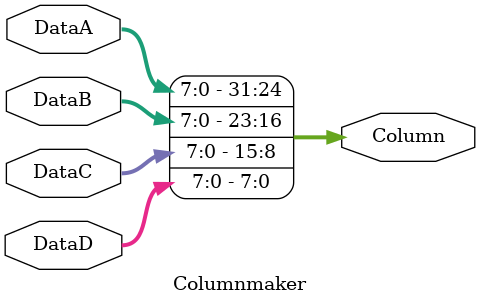
<source format=sv>
module Columnmaker(
    input logic [7:0] DataA,
	 input logic [7:0] DataB,
	 input logic [7:0] DataC,
	 input logic [7:0] DataD,
    output logic [31:0] Column
);
	assign Column = {DataA, DataB, DataC, DataD};

endmodule
</source>
